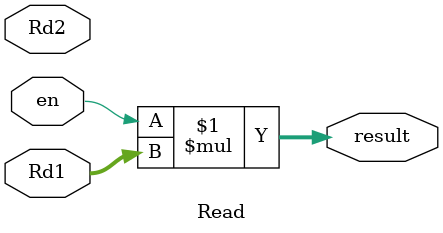
<source format=v>
`timescale 1ns / 1ps


module Read(
    input en,
    input [3:0]Rd1,
    input [3:0]Rd2,
    output [3:0]result
    );
    
    assign result = en * Rd1;           // enable ½ÅÈ£ ÀÎ°¡½Ã, Reg[Rd1] read
    
endmodule

</source>
